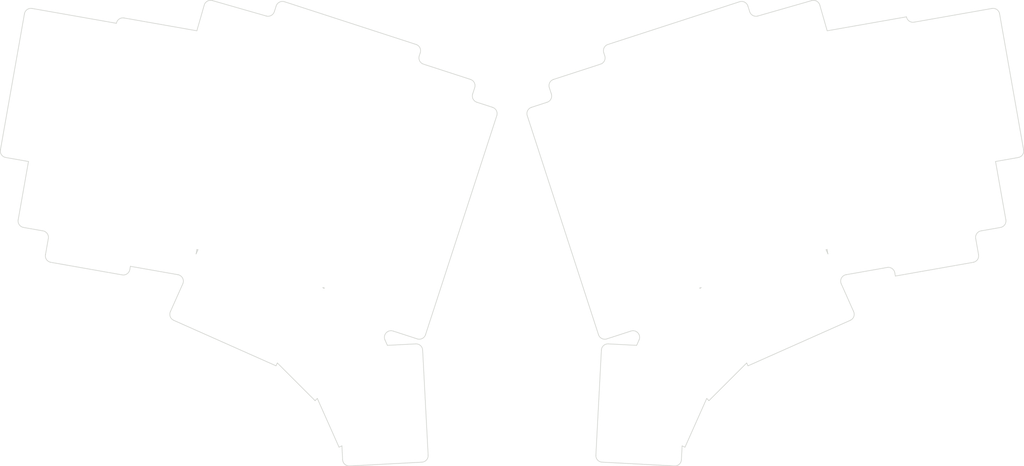
<source format=kicad_pcb>
(kicad_pcb
	(version 20241229)
	(generator "pcbnew")
	(generator_version "9.0")
	(general
		(thickness 1.6)
		(legacy_teardrops no)
	)
	(paper "A4")
	(layers
		(0 "F.Cu" signal)
		(2 "B.Cu" signal)
		(9 "F.Adhes" user "F.Adhesive")
		(11 "B.Adhes" user "B.Adhesive")
		(13 "F.Paste" user)
		(15 "B.Paste" user)
		(5 "F.SilkS" user "F.Silkscreen")
		(7 "B.SilkS" user "B.Silkscreen")
		(1 "F.Mask" user)
		(3 "B.Mask" user)
		(17 "Dwgs.User" user "User.Drawings")
		(19 "Cmts.User" user "User.Comments")
		(21 "Eco1.User" user "User.Eco1")
		(23 "Eco2.User" user "User.Eco2")
		(25 "Edge.Cuts" user)
		(27 "Margin" user)
		(31 "F.CrtYd" user "F.Courtyard")
		(29 "B.CrtYd" user "B.Courtyard")
		(35 "F.Fab" user)
		(33 "B.Fab" user)
		(39 "User.1" user)
		(41 "User.2" user)
		(43 "User.3" user)
		(45 "User.4" user)
	)
	(setup
		(pad_to_mask_clearance 0)
		(allow_soldermask_bridges_in_footprints no)
		(tenting front back)
		(pcbplotparams
			(layerselection 0x00000000_00000000_55555555_5755f5ff)
			(plot_on_all_layers_selection 0x00000000_00000000_00000000_00000000)
			(disableapertmacros no)
			(usegerberextensions no)
			(usegerberattributes yes)
			(usegerberadvancedattributes yes)
			(creategerberjobfile yes)
			(dashed_line_dash_ratio 12.000000)
			(dashed_line_gap_ratio 3.000000)
			(svgprecision 4)
			(plotframeref no)
			(mode 1)
			(useauxorigin no)
			(hpglpennumber 1)
			(hpglpenspeed 20)
			(hpglpendiameter 15.000000)
			(pdf_front_fp_property_popups yes)
			(pdf_back_fp_property_popups yes)
			(pdf_metadata yes)
			(pdf_single_document no)
			(dxfpolygonmode yes)
			(dxfimperialunits yes)
			(dxfusepcbnewfont yes)
			(psnegative no)
			(psa4output no)
			(plot_black_and_white yes)
			(sketchpadsonfab no)
			(plotpadnumbers no)
			(hidednponfab no)
			(sketchdnponfab yes)
			(crossoutdnponfab yes)
			(subtractmaskfromsilk no)
			(outputformat 1)
			(mirror no)
			(drillshape 1)
			(scaleselection 1)
			(outputdirectory "")
		)
	)
	(net 0 "")
	(gr_arc
		(start 138.685416 26.954748)
		(mid 139.849388 27.948867)
		(end 139.966257 29.484767)
		(stroke
			(width 0.2)
			(type default)
		)
		(layer "Edge.Cuts")
		(uuid "006b11a7-d0b4-46dc-8541-cccabc65900e")
	)
	(gr_arc
		(start 317.754239 80.258956)
		(mid 317.422923 81.753434)
		(end 316.126314 82.576891)
		(stroke
			(width 0.2)
			(type default)
		)
		(layer "Edge.Cuts")
		(uuid "06362532-46a2-4553-9c94-f3ae780d4a53")
	)
	(gr_line
		(start 239.467854 124.633985)
		(end 239.078326 123.759089)
		(stroke
			(width 0.2)
			(type default)
		)
		(layer "Edge.Cuts")
		(uuid "06be0401-6f64-4f49-8302-cfd444d7205e")
	)
	(gr_line
		(start 98.741022 13.976028)
		(end 138.685416 26.954748)
		(stroke
			(width 0.2)
			(type default)
		)
		(layer "Edge.Cuts")
		(uuid "08807326-a0c9-4513-a907-7b657880c5ba")
	)
	(gr_arc
		(start 51.78055 95.373605)
		(mid 50.95809 96.664606)
		(end 49.463647 96.995915)
		(stroke
			(width 0.2)
			(type default)
		)
		(layer "Edge.Cuts")
		(uuid "099fd9ca-2219-4501-9d30-4a0c418aefeb")
	)
	(gr_arc
		(start 141.568708 115.162831)
		(mid 140.574534 116.32688)
		(end 139.048413 116.446982)
		(stroke
			(width 0.2)
			(type default)
		)
		(layer "Edge.Cuts")
		(uuid "0dd4e64b-a812-4633-9c7b-f6c3d9c0832d")
	)
	(gr_arc
		(start 74.3746 14.994897)
		(mid 75.327488 13.796956)
		(end 76.848389 13.623681)
		(stroke
			(width 0.2)
			(type default)
		)
		(layer "Edge.Cuts")
		(uuid "111b1d99-fa90-46ca-9d8c-10c1b78b41df")
	)
	(gr_line
		(start 196.959164 26.954739)
		(end 236.90357 13.976014)
		(stroke
			(width 0.2)
			(type default)
		)
		(layer "Edge.Cuts")
		(uuid "1335dcf4-edb8-4fb2-89ca-4fbc25026ab5")
	)
	(gr_line
		(start 110.650185 101.073496)
		(end 110.861093 100.979593)
		(stroke
			(width 0.2)
			(type default)
		)
		(layer "Edge.Cuts")
		(uuid "151eb436-8b35-494c-bee6-902c25339abb")
	)
	(gr_arc
		(start 323.144543 58.999956)
		(mid 322.81322 60.494416)
		(end 321.522187 61.316922)
		(stroke
			(width 0.2)
			(type default)
		)
		(layer "Edge.Cuts")
		(uuid "167fbacb-b0ee-44ae-8d48-30fd359be717")
	)
	(gr_line
		(start 193.283718 151.812068)
		(end 194.958471 119.855891)
		(stroke
			(width 0.2)
			(type default)
		)
		(layer "Edge.Cuts")
		(uuid "17390b35-c5a3-4fec-b351-1e12d6e0f642")
	)
	(gr_line
		(start 309.469008 90.858779)
		(end 308.600749 85.934642)
		(stroke
			(width 0.2)
			(type default)
		)
		(layer "Edge.Cuts")
		(uuid "195993f2-831a-4388-a0b4-d802e61e69eb")
	)
	(gr_line
		(start 239.467854 124.633985)
		(end 270.5284 110.804939)
		(stroke
			(width 0.2)
			(type default)
		)
		(layer "Edge.Cuts")
		(uuid "1b1a5526-f6c4-4278-9ca8-1a39845fbe96")
	)
	(gr_arc
		(start 66.384075 96.933163)
		(mid 67.802686 97.963837)
		(end 67.86388 99.716254)
		(stroke
			(width 0.2)
			(type default)
		)
		(layer "Edge.Cuts")
		(uuid "218add0d-2f8f-4a12-951e-99aeec686ed8")
	)
	(gr_line
		(start 289.899083 20.183304)
		(end 313.534372 16.015765)
		(stroke
			(width 0.2)
			(type default)
		)
		(layer "Edge.Cuts")
		(uuid "218c4a21-8971-44e3-8b51-7edd44a49969")
	)
	(gr_line
		(start 173.728768 46.068837)
		(end 178.484051 44.523752)
		(stroke
			(width 0.2)
			(type default)
		)
		(layer "Edge.Cuts")
		(uuid "24e3bd90-90de-4b2f-97d3-c787a4995e3c")
	)
	(gr_line
		(start 227.614659 135.222756)
		(end 226.937468 134.545566)
		(stroke
			(width 0.2)
			(type default)
		)
		(layer "Edge.Cuts")
		(uuid "25a0677a-fa06-4644-8a47-4398006436c9")
	)
	(gr_line
		(start 116.176023 148.966503)
		(end 115.301128 149.356031)
		(stroke
			(width 0.2)
			(type default)
		)
		(layer "Edge.Cuts")
		(uuid "2a71117e-173f-4117-a212-57c71d02c830")
	)
	(gr_line
		(start 93.199603 18.312296)
		(end 93.199598 18.312315)
		(stroke
			(width 0.2)
			(type default)
		)
		(layer "Edge.Cuts")
		(uuid "2aac8cf3-5dc1-4bbc-b2be-f81e92d53a53")
	)
	(gr_line
		(start 224.783459 100.979593)
		(end 225.234975 100.832887)
		(stroke
			(width 0.2)
			(type default)
		)
		(layer "Edge.Cuts")
		(uuid "2aea2d01-380d-4bef-af06-fe6e5c75b277")
	)
	(gr_line
		(start 314.628578 62.532451)
		(end 317.754239 80.258956)
		(stroke
			(width 0.2)
			(type default)
		)
		(layer "Edge.Cuts")
		(uuid "2b3e9fd0-a9ea-47e0-8e82-66f2bd4e7c2f")
	)
	(gr_line
		(start 271.542031 108.164406)
		(end 267.78065 99.716207)
		(stroke
			(width 0.2)
			(type default)
		)
		(layer "Edge.Cuts")
		(uuid "2ece562a-7ba4-4f10-9faa-c7e3c7b9c3b0")
	)
	(gr_arc
		(start 219.248079 153.172929)
		(mid 218.5891 154.554457)
		(end 217.161942 155.066218)
		(stroke
			(width 0.2)
			(type default)
		)
		(layer "Edge.Cuts")
		(uuid "2fd816ba-3424-4e49-9416-01601b69a04d")
	)
	(gr_arc
		(start 309.469008 90.858779)
		(mid 309.1377 92.353206)
		(end 307.846682 93.175654)
		(stroke
			(width 0.2)
			(type default)
		)
		(layer "Edge.Cuts")
		(uuid "300810c0-3681-4e3c-9c21-e4c2f2f26590")
	)
	(gr_line
		(start 220.343424 149.356031)
		(end 219.468529 148.966503)
		(stroke
			(width 0.2)
			(type default)
		)
		(layer "Edge.Cuts")
		(uuid "30e11dfe-5ae6-4981-981e-61fdd8e2af09")
	)
	(gr_line
		(start 27.040695 85.95226)
		(end 26.175552 90.858731)
		(stroke
			(width 0.2)
			(type default)
		)
		(layer "Edge.Cuts")
		(uuid "316d251f-ea17-4456-b59d-fea1fed2f3ff")
	)
	(gr_arc
		(start 203.943644 114.059633)
		(mid 206.047982 114.623489)
		(end 206.388784 116.775238)
		(stroke
			(width 0.2)
			(type default)
		)
		(layer "Edge.Cuts")
		(uuid "35107afd-76c5-4c86-9199-0a9c707b35b3")
	)
	(gr_line
		(start 284.040621 96.375264)
		(end 284.211296 97.34321)
		(stroke
			(width 0.2)
			(type default)
		)
		(layer "Edge.Cuts")
		(uuid "367dd9c0-a2ae-4183-843f-26b4168ba555")
	)
	(gr_line
		(start 19.512626 82.575901)
		(end 19.512626 82.575902)
		(stroke
			(width 0.2)
			(type default)
		)
		(layer "Edge.Cuts")
		(uuid "37f851b9-c15f-4ccc-8cb9-e1e5180aa978")
	)
	(gr_arc
		(start 258.796216 13.623666)
		(mid 260.317076 13.796941)
		(end 261.272597 15.004119)
		(stroke
			(width 0.2)
			(type default)
		)
		(layer "Edge.Cuts")
		(uuid "3a750534-1f4f-476d-87df-b3dc1cfe87ca")
	)
	(gr_line
		(start 140.944541 32.946094)
		(end 155.210413 37.581357)
		(stroke
			(width 0.2)
			(type default)
		)
		(layer "Edge.Cuts")
		(uuid "3c1dfc3c-e85a-48ce-9fd9-37bb2eca41c4")
	)
	(gr_line
		(start 263.166504 89.352664)
		(end 263.492746 89.259115)
		(stroke
			(width 0.2)
			(type default)
		)
		(layer "Edge.Cuts")
		(uuid "3c8d54b3-667c-4673-875f-2043fa198f52")
	)
	(gr_arc
		(start 161.915816 46.068847)
		(mid 163.079787 47.062964)
		(end 163.203413 48.578057)
		(stroke
			(width 0.2)
			(type default)
		)
		(layer "Edge.Cuts")
		(uuid "3d17c048-481a-4408-8900-e4e73e700d24")
	)
	(gr_line
		(start 197.0604 117.963336)
		(end 205.65917 118.413979)
		(stroke
			(width 0.2)
			(type default)
		)
		(layer "Edge.Cuts")
		(uuid "3eac1973-848d-4451-a9dc-a3450ca3ab5c")
	)
	(gr_line
		(start 263.733985 90.627247)
		(end 263.166504 89.352664)
		(stroke
			(width 0.2)
			(type default)
		)
		(layer "Edge.Cuts")
		(uuid "3fc2165c-e640-40d1-88f0-0826889475d8")
	)
	(gr_line
		(start 316.126314 82.576891)
		(end 310.22308 83.617791)
		(stroke
			(width 0.2)
			(type default)
		)
		(layer "Edge.Cuts")
		(uuid "40563605-ab46-4a7c-bae4-dd756aaaafde")
	)
	(gr_line
		(start 219.248079 153.172929)
		(end 219.468529 148.966503)
		(stroke
			(width 0.2)
			(type default)
		)
		(layer "Edge.Cuts")
		(uuid "41b83d68-81c5-4156-a370-97dd94aca3b3")
	)
	(gr_line
		(start 108.707083 134.545566)
		(end 108.029893 135.222756)
		(stroke
			(width 0.2)
			(type default)
		)
		(layer "Edge.Cuts")
		(uuid "4441a826-b4bf-40b4-bd77-1269b5f0051e")
	)
	(gr_arc
		(start 172.44469 48.588987)
		(mid 172.564794 47.062978)
		(end 173.728768 46.068837)
		(stroke
			(width 0.2)
			(type default)
		)
		(layer "Edge.Cuts")
		(uuid "46701955-8707-46f6-a077-763d932d2640")
	)
	(gr_arc
		(start 140.944541 32.946094)
		(mid 139.780551 31.951955)
		(end 139.658603 30.431628)
		(stroke
			(width 0.2)
			(type default)
		)
		(layer "Edge.Cuts")
		(uuid "481fa08d-e82a-4bb1-b570-432f16bc7bb0")
	)
	(gr_arc
		(start 27.797889 93.175657)
		(mid 26.506867 92.35319)
		(end 26.175556 90.858732)
		(stroke
			(width 0.2)
			(type default)
		)
		(layer "Edge.Cuts")
		(uuid "4a220915-cb1a-49d5-bf92-76611e36a386")
	)
	(gr_arc
		(start 96.22086 15.260124)
		(mid 97.215002 14.096137)
		(end 98.741018 13.976039)
		(stroke
			(width 0.2)
			(type default)
		)
		(layer "Edge.Cuts")
		(uuid "4b476e9c-250a-4da1-887d-20f4a8d4a04e")
	)
	(gr_arc
		(start 155.210413 37.581357)
		(mid 156.37438 38.575471)
		(end 156.491248 40.111366)
		(stroke
			(width 0.2)
			(type default)
		)
		(layer "Edge.Cuts")
		(uuid "4c58c21a-b073-4586-a929-40ef120ddf6b")
	)
	(gr_line
		(start 196.959163 26.954739)
		(end 196.959164 26.954739)
		(stroke
			(width 0.2)
			(type default)
		)
		(layer "Edge.Cuts")
		(uuid "4db197dc-1e85-4a13-b86b-f9f8b4a175c4")
	)
	(gr_line
		(start 108.707083 134.545566)
		(end 115.301128 149.356031)
		(stroke
			(width 0.2)
			(type default)
		)
		(layer "Edge.Cuts")
		(uuid "571540f4-9c13-4512-977f-ba0a6d06cef2")
	)
	(gr_arc
		(start 179.150094 40.101486)
		(mid 179.270197 38.575482)
		(end 180.434175 37.581345)
		(stroke
			(width 0.2)
			(type default)
		)
		(layer "Edge.Cuts")
		(uuid "59a64fa6-1b78-43e0-8695-bdf6d227c134")
	)
	(gr_line
		(start 263.509641 22.805621)
		(end 287.582145 18.560989)
		(stroke
			(width 0.2)
			(type default)
		)
		(layer "Edge.Cuts")
		(uuid "5b1e251a-3e90-49d6-b5e1-5176e62718f8")
	)
	(gr_arc
		(start 194.958471 119.855891)
		(mid 195.617459 118.474301)
		(end 197.0604 117.963336)
		(stroke
			(width 0.2)
			(type default)
		)
		(layer "Edge.Cuts")
		(uuid "5b899401-98f5-4d06-873b-ead83987d613")
	)
	(gr_line
		(start 96.566226 123.759089)
		(end 108.029893 135.222756)
		(stroke
			(width 0.2)
			(type default)
		)
		(layer "Edge.Cuts")
		(uuid "62d34083-07c5-47d3-876b-3bb9fbd975bd")
	)
	(gr_line
		(start 71.910567 90.627247)
		(end 72.151805 89.259115)
		(stroke
			(width 0.2)
			(type default)
		)
		(layer "Edge.Cuts")
		(uuid "64ca40ab-71cd-44ba-aa62-3bf8abf36445")
	)
	(gr_line
		(start 12.5 59)
		(end 19.793224 17.638076)
		(stroke
			(width 0.2)
			(type default)
		)
		(layer "Edge.Cuts")
		(uuid "6b2be8dd-676d-450f-8dfb-289d5488318c")
	)
	(gr_arc
		(start 47.715138 20.53061)
		(mid 48.537588 19.239559)
		(end 50.031951 18.908274)
		(stroke
			(width 0.2)
			(type default)
		)
		(layer "Edge.Cuts")
		(uuid "6b4a045b-7c02-4ff2-bc0d-ebfb6f0bd74a")
	)
	(gr_line
		(start 242.444965 18.312311)
		(end 258.796216 13.623666)
		(stroke
			(width 0.2)
			(type default)
		)
		(layer "Edge.Cuts")
		(uuid "6b4a9f2d-14ca-4190-a907-02105ef839bd")
	)
	(gr_arc
		(start 313.534372 16.015765)
		(mid 315.028843 16.347083)
		(end 315.853397 17.649808)
		(stroke
			(width 0.2)
			(type default)
		)
		(layer "Edge.Cuts")
		(uuid "6d68be13-58d4-47b1-b4e1-c8b437b7f0ce")
	)
	(gr_arc
		(start 308.600749 85.934642)
		(mid 308.932049 84.440223)
		(end 310.22308 83.617791)
		(stroke
			(width 0.2)
			(type default)
		)
		(layer "Edge.Cuts")
		(uuid "6f4cb124-4e6a-4775-99e9-79b0f59b3fe9")
	)
	(gr_line
		(start 157.160611 44.523788)
		(end 161.915816 46.068847)
		(stroke
			(width 0.2)
			(type default)
		)
		(layer "Edge.Cuts")
		(uuid "701440d6-4485-4649-b499-33080958d94a")
	)
	(gr_arc
		(start 138.584002 117.963344)
		(mid 140.027047 118.474324)
		(end 140.68653 119.864459)
		(stroke
			(width 0.2)
			(type default)
		)
		(layer "Edge.Cuts")
		(uuid "70a298a8-1d55-411d-96f6-fb640685074d")
	)
	(gr_line
		(start 72.478048 89.352664)
		(end 71.910567 90.627247)
		(stroke
			(width 0.2)
			(type default)
		)
		(layer "Edge.Cuts")
		(uuid "70acd0d2-179e-4c89-af0a-60470c55ac34")
	)
	(gr_line
		(start 50.031951 18.908274)
		(end 72.134911 22.805621)
		(stroke
			(width 0.2)
			(type default)
		)
		(layer "Edge.Cuts")
		(uuid "71a5a1db-b461-4ba0-a559-499a6c376209")
	)
	(gr_arc
		(start 25.417083 83.617017)
		(mid 26.71248 84.440254)
		(end 27.040695 85.95226)
		(stroke
			(width 0.2)
			(type default)
		)
		(layer "Edge.Cuts")
		(uuid "71de257d-dc53-42e5-933d-bbf78b886f11")
	)
	(gr_line
		(start 51.78055 95.373605)
		(end 51.9542 94.388787)
		(stroke
			(width 0.2)
			(type default)
		)
		(layer "Edge.Cuts")
		(uuid "72737edf-1f5a-447f-8bfd-3cb47af78e87")
	)
	(gr_line
		(start 315.853397 17.649808)
		(end 323.144543 58.999956)
		(stroke
			(width 0.2)
			(type default)
		)
		(layer "Edge.Cuts")
		(uuid "7316ddbb-d1dd-4609-b6d3-7283c9e239af")
	)
	(gr_line
		(start 269.260466 96.933165)
		(end 281.720545 94.736117)
		(stroke
			(width 0.2)
			(type default)
		)
		(layer "Edge.Cuts")
		(uuid "779ab4c7-b544-4ebc-9653-d7c29bbb9bee")
	)
	(gr_arc
		(start 195.984096 30.425926)
		(mid 195.863992 31.951949)
		(end 194.700017 32.946074)
		(stroke
			(width 0.2)
			(type default)
		)
		(layer "Edge.Cuts")
		(uuid "83a35ceb-a6df-4bb1-93a5-47ad285285ed")
	)
	(gr_line
		(start 263.492746 89.259115)
		(end 263.733985 90.627247)
		(stroke
			(width 0.2)
			(type default)
		)
		(layer "Edge.Cuts")
		(uuid "83e3bccb-7cd1-43ed-9c89-5d14f7c28eb2")
	)
	(gr_arc
		(start 157.160611 44.523788)
		(mid 155.996561 43.529613)
		(end 155.875077 42.007743)
		(stroke
			(width 0.2)
			(type default)
		)
		(layer "Edge.Cuts")
		(uuid "85011d63-2ec7-4c14-8afb-49cd89670008")
	)
	(gr_line
		(start 220.343424 149.356031)
		(end 226.937468 134.545566)
		(stroke
			(width 0.2)
			(type default)
		)
		(layer "Edge.Cuts")
		(uuid "874d350c-5d08-43a0-8586-7183e55bff91")
	)
	(gr_arc
		(start 242.444965 18.312311)
		(mid 240.954727 18.155682)
		(end 239.991545 17.007802)
		(stroke
			(width 0.2)
			(type default)
		)
		(layer "Edge.Cuts")
		(uuid "8806c937-2de2-49f3-8daa-c1be24c410b5")
	)
	(gr_line
		(start 118.498353 155.065393)
		(end 140.475454 153.913622)
		(stroke
			(width 0.2)
			(type default)
		)
		(layer "Edge.Cuts")
		(uuid "88240c56-2410-4638-9c29-c3702e00f8c9")
	)
	(gr_line
		(start 12.500001 59)
		(end 12.5 59)
		(stroke
			(width 0.2)
			(type default)
		)
		(layer "Edge.Cuts")
		(uuid "8de7e78c-4d74-4ecd-86fc-4c06089a849a")
	)
	(gr_line
		(start 25.417083 83.617017)
		(end 19.512626 82.575902)
		(stroke
			(width 0.2)
			(type default)
		)
		(layer "Edge.Cuts")
		(uuid "8e96456f-0515-4ea6-aa1a-5209fde2014c")
	)
	(gr_line
		(start 227.614659 135.222756)
		(end 239.078326 123.759089)
		(stroke
			(width 0.2)
			(type default)
		)
		(layer "Edge.Cuts")
		(uuid "8ed115df-e75d-4628-90ed-10f061edc8a9")
	)
	(gr_line
		(start 17.890306 80.25899)
		(end 21.015974 62.532451)
		(stroke
			(width 0.2)
			(type default)
		)
		(layer "Edge.Cuts")
		(uuid "9124319f-e24d-4a92-bd47-60f8b7b6b134")
	)
	(gr_arc
		(start 236.90357 13.976014)
		(mid 238.429562 14.096119)
		(end 239.423684 15.260104)
		(stroke
			(width 0.2)
			(type default)
		)
		(layer "Edge.Cuts")
		(uuid "94a63014-9094-420d-9c24-6998d2bd21c7")
	)
	(gr_line
		(start 261.272597 15.004119)
		(end 263.509641 22.805621)
		(stroke
			(width 0.2)
			(type default)
		)
		(layer "Edge.Cuts")
		(uuid "95bdb47f-1053-483f-bdb7-5c2d117ef720")
	)
	(gr_line
		(start 95.653008 17.007797)
		(end 96.22086 15.260124)
		(stroke
			(width 0.2)
			(type default)
		)
		(layer "Edge.Cuts")
		(uuid "976a6c33-d532-442e-9dc5-6abfb4fa3338")
	)
	(gr_line
		(start 51.9542 94.388787)
		(end 66.384075 96.933163)
		(stroke
			(width 0.2)
			(type default)
		)
		(layer "Edge.Cuts")
		(uuid "987a7952-bc65-4936-98f6-2ff137e4aa5d")
	)
	(gr_line
		(start 98.741018 13.976039)
		(end 98.741022 13.976028)
		(stroke
			(width 0.2)
			(type default)
		)
		(layer "Edge.Cuts")
		(uuid "9a2fdf5a-21aa-4a31-8475-359fe96f9c31")
	)
	(gr_line
		(start 22.110135 16.015757)
		(end 47.715138 20.53061)
		(stroke
			(width 0.2)
			(type default)
		)
		(layer "Edge.Cuts")
		(uuid "9ad99c13-4e5f-4258-b9d9-6610daa4d5b1")
	)
	(gr_line
		(start 156.491248 40.111366)
		(end 155.875077 42.007743)
		(stroke
			(width 0.2)
			(type default)
		)
		(layer "Edge.Cuts")
		(uuid "9dc4b44d-44ba-4165-970c-f42507bb3796")
	)
	(gr_line
		(start 21.015974 62.532451)
		(end 14.122321 61.316914)
		(stroke
			(width 0.2)
			(type default)
		)
		(layer "Edge.Cuts")
		(uuid "a1ba0c07-7235-4d29-8fbd-d0f3b9332d14")
	)
	(gr_arc
		(start 281.720545 94.736117)
		(mid 283.215145 95.06742)
		(end 284.040621 96.375264)
		(stroke
			(width 0.2)
			(type default)
		)
		(layer "Edge.Cuts")
		(uuid "a2f187f1-08b6-462f-a756-7130dd0d724d")
	)
	(gr_line
		(start 110.650185 101.073496)
		(end 110.409576 100.832887)
		(stroke
			(width 0.2)
			(type default)
		)
		(layer "Edge.Cuts")
		(uuid "a628cd03-c4b8-4cbb-b72e-903c32cea683")
	)
	(gr_arc
		(start 271.542031 108.164406)
		(mid 271.582092 109.694595)
		(end 270.528399 110.804939)
		(stroke
			(width 0.2)
			(type default)
		)
		(layer "Edge.Cuts")
		(uuid "a65d0a40-6bee-4457-9d28-cac0fa08e9b5")
	)
	(gr_line
		(start 72.134911 22.805621)
		(end 74.3746 14.994897)
		(stroke
			(width 0.2)
			(type default)
		)
		(layer "Edge.Cuts")
		(uuid "a9a5bd5a-34ee-4026-b470-db0026cf33a2")
	)
	(gr_arc
		(start 19.512626 82.575901)
		(mid 18.221618 81.753439)
		(end 17.890306 80.25899)
		(stroke
			(width 0.2)
			(type default)
		)
		(layer "Edge.Cuts")
		(uuid "aaddb9b9-138d-41f5-96e3-73cf9d91aa47")
	)
	(gr_line
		(start 284.211296 97.34321)
		(end 307.846682 93.175654)
		(stroke
			(width 0.2)
			(type default)
		)
		(layer "Edge.Cuts")
		(uuid "b2843690-d363-450a-a2d8-22aa0e852b52")
	)
	(gr_line
		(start 321.522187 61.316922)
		(end 314.628578 62.532451)
		(stroke
			(width 0.2)
			(type default)
		)
		(layer "Edge.Cuts")
		(uuid "b6d713b5-2f17-4a3b-a91a-fcce689badf6")
	)
	(gr_arc
		(start 179.768142 42.003643)
		(mid 179.648042 43.529637)
		(end 178.484051 44.523752)
		(stroke
			(width 0.2)
			(type default)
		)
		(layer "Edge.Cuts")
		(uuid "b826b9f3-c6bc-48d7-842d-421069dac82b")
	)
	(gr_arc
		(start 195.176311 153.913999)
		(mid 193.794698 153.254998)
		(end 193.283718 151.812068)
		(stroke
			(width 0.2)
			(type default)
		)
		(layer "Edge.Cuts")
		(uuid "b8c52cad-fcce-43af-a045-47916d8d77ea")
	)
	(gr_line
		(start 72.151805 89.259115)
		(end 72.478048 89.352664)
		(stroke
			(width 0.2)
			(type default)
		)
		(layer "Edge.Cuts")
		(uuid "bb82e9ea-0330-4ba0-879d-904659d14c1f")
	)
	(gr_line
		(start 196.596001 116.447027)
		(end 203.943644 114.059633)
		(stroke
			(width 0.2)
			(type default)
		)
		(layer "Edge.Cuts")
		(uuid "bc17d8be-80cc-48b9-bec8-ff62355e8be7")
	)
	(gr_line
		(start 76.848389 13.623681)
		(end 93.199598 18.312315)
		(stroke
			(width 0.2)
			(type default)
		)
		(layer "Edge.Cuts")
		(uuid "bc25662c-3583-467e-ad6e-8cbddfe78703")
	)
	(gr_arc
		(start 14.122321 61.316914)
		(mid 12.831312 60.494451)
		(end 12.500001 59)
		(stroke
			(width 0.2)
			(type default)
		)
		(layer "Edge.Cuts")
		(uuid "bdafff75-0000-41cf-949f-92153a53e296")
	)
	(gr_line
		(start 131.707777 114.061865)
		(end 139.048413 116.446982)
		(stroke
			(width 0.2)
			(type default)
		)
		(layer "Edge.Cuts")
		(uuid "c0a5633f-10f2-4689-aa6a-89625c58887f")
	)
	(gr_arc
		(start 95.653008 17.007797)
		(mid 94.689823 18.155672)
		(end 93.199603 18.312296)
		(stroke
			(width 0.2)
			(type default)
		)
		(layer "Edge.Cuts")
		(uuid "c35096b2-2ef3-4b44-9546-47bc35945790")
	)
	(gr_line
		(start 195.984096 30.425926)
		(end 195.675085 29.474887)
		(stroke
			(width 0.2)
			(type default)
		)
		(layer "Edge.Cuts")
		(uuid "c3985882-0721-4317-bb36-e37c3f8c2c09")
	)
	(gr_arc
		(start 129.255769 116.775242)
		(mid 129.596573 114.623485)
		(end 131.707777 114.061865)
		(stroke
			(width 0.2)
			(type default)
		)
		(layer "Edge.Cuts")
		(uuid "c8619ab6-f6b8-4f1d-a14a-8f24b2eefe47")
	)
	(gr_line
		(start 179.768142 42.003643)
		(end 179.150094 40.101486)
		(stroke
			(width 0.2)
			(type default)
		)
		(layer "Edge.Cuts")
		(uuid "ca33f72d-c82e-435e-9695-a64d1319adef")
	)
	(gr_line
		(start 67.86388 99.716254)
		(end 64.100531 108.168876)
		(stroke
			(width 0.2)
			(type default)
		)
		(layer "Edge.Cuts")
		(uuid "cd4702b4-b10f-414b-82a2-a50475a139d9")
	)
	(gr_line
		(start 225.234975 100.832887)
		(end 224.994367 101.073496)
		(stroke
			(width 0.2)
			(type default)
		)
		(layer "Edge.Cuts")
		(uuid "cfd34b7d-c5cc-45bd-b10f-1339cda20d5d")
	)
	(gr_line
		(start 65.11612 110.804925)
		(end 96.176698 124.633985)
		(stroke
			(width 0.2)
			(type default)
		)
		(layer "Edge.Cuts")
		(uuid "cfe93ef7-cf9e-4a5b-8b1b-e7589a81441b")
	)
	(gr_arc
		(start 267.78065 99.716207)
		(mid 267.841855 97.963819)
		(end 269.260466 96.933165)
		(stroke
			(width 0.2)
			(type default)
		)
		(layer "Edge.Cuts")
		(uuid "d1b0cb6f-28a5-4c14-b216-0b680dfc1ae1")
	)
	(gr_line
		(start 195.176311 153.913999)
		(end 217.161942 155.066218)
		(stroke
			(width 0.2)
			(type default)
		)
		(layer "Edge.Cuts")
		(uuid "d1fbd3a4-638e-4291-be29-84b4f82a243b")
	)
	(gr_line
		(start 129.985381 118.413979)
		(end 138.584002 117.963344)
		(stroke
			(width 0.2)
			(type default)
		)
		(layer "Edge.Cuts")
		(uuid "d3184ebb-bbeb-4689-8ac4-46f4263738f0")
	)
	(gr_line
		(start 139.966257 29.484767)
		(end 139.658603 30.431628)
		(stroke
			(width 0.2)
			(type default)
		)
		(layer "Edge.Cuts")
		(uuid "d556d5c7-4ed7-4c18-944f-d622857ea1b7")
	)
	(gr_line
		(start 141.568708 115.162831)
		(end 163.203413 48.578057)
		(stroke
			(width 0.2)
			(type default)
		)
		(layer "Edge.Cuts")
		(uuid "d722cbf4-bba4-47a9-ad76-657d86232b54")
	)
	(gr_line
		(start 140.68653 119.864459)
		(end 142.360835 151.812088)
		(stroke
			(width 0.2)
			(type default)
		)
		(layer "Edge.Cuts")
		(uuid "de92ae55-09d9-4e34-8a61-c1f0bd65ef17")
	)
	(gr_line
		(start 110.409576 100.832887)
		(end 110.861093 100.979593)
		(stroke
			(width 0.2)
			(type default)
		)
		(layer "Edge.Cuts")
		(uuid "df906357-b2c2-448b-8b8f-e1d2f00b2a5a")
	)
	(gr_arc
		(start 195.675085 29.474887)
		(mid 195.795188 27.948878)
		(end 196.959163 26.954739)
		(stroke
			(width 0.2)
			(type default)
		)
		(layer "Edge.Cuts")
		(uuid "e1dd74d5-6f3b-418d-b4f1-f8e73787e89a")
	)
	(gr_line
		(start 224.783459 100.979593)
		(end 224.994367 101.073496)
		(stroke
			(width 0.2)
			(type default)
		)
		(layer "Edge.Cuts")
		(uuid "e28014f4-8464-4ec9-a434-3323d86b208b")
	)
	(gr_line
		(start 129.255769 116.775242)
		(end 129.985381 118.413979)
		(stroke
			(width 0.2)
			(type default)
		)
		(layer "Edge.Cuts")
		(uuid "e2dd7b54-6247-4fad-8a03-d17cce1b82df")
	)
	(gr_line
		(start 172.44469 48.588987)
		(end 194.075878 115.16294)
		(stroke
			(width 0.2)
			(type default)
		)
		(layer "Edge.Cuts")
		(uuid "e718ba9a-c6de-4c0f-865c-d0409c661ea0")
	)
	(gr_line
		(start 180.434175 37.581345)
		(end 194.700022 32.94609)
		(stroke
			(width 0.2)
			(type default)
		)
		(layer "Edge.Cuts")
		(uuid "e8319117-9c49-4e37-be53-bd32d3366acb")
	)
	(gr_line
		(start 26.175556 90.858732)
		(end 26.175552 90.858731)
		(stroke
			(width 0.2)
			(type default)
		)
		(layer "Edge.Cuts")
		(uuid "eb2dd743-7283-46cd-9328-92ff22830072")
	)
	(gr_arc
		(start 118.498353 155.065393)
		(mid 117.055445 154.554436)
		(end 116.396886 153.180818)
		(stroke
			(width 0.2)
			(type default)
		)
		(layer "Edge.Cuts")
		(uuid "ed7507e8-1e48-415c-8695-b5f03089b040")
	)
	(gr_arc
		(start 142.360835 151.812088)
		(mid 141.849872 153.255012)
		(end 140.475454 153.913622)
		(stroke
			(width 0.2)
			(type default)
		)
		(layer "Edge.Cuts")
		(uuid "ee80c3f2-3ff0-4e46-8fea-b98f5fa02251")
	)
	(gr_line
		(start 239.423684 15.260104)
		(end 239.991545 17.007802)
		(stroke
			(width 0.2)
			(type default)
		)
		(layer "Edge.Cuts")
		(uuid "f02ca601-9239-407f-a6a3-3cb9e9af7cfa")
	)
	(gr_line
		(start 270.528399 110.804939)
		(end 270.5284 110.804939)
		(stroke
			(width 0.2)
			(type default)
		)
		(layer "Edge.Cuts")
		(uuid "f0e62a0b-b00c-4d45-ad01-74a0b5119d44")
	)
	(gr_line
		(start 194.700017 32.946074)
		(end 194.700022 32.94609)
		(stroke
			(width 0.2)
			(type default)
		)
		(layer "Edge.Cuts")
		(uuid "f42d1d9d-b0c6-4858-a808-cfe56dba6b2b")
	)
	(gr_line
		(start 27.797889 93.175657)
		(end 49.463647 96.995915)
		(stroke
			(width 0.2)
			(type default)
		)
		(layer "Edge.Cuts")
		(uuid "f4699ae0-c36e-475d-a932-a1a54d846faf")
	)
	(gr_line
		(start 205.65917 118.413979)
		(end 206.388784 116.775238)
		(stroke
			(width 0.2)
			(type default)
		)
		(layer "Edge.Cuts")
		(uuid "f48576e9-0405-441e-b50d-4040b15880ee")
	)
	(gr_line
		(start 96.566226 123.759089)
		(end 96.176698 124.633985)
		(stroke
			(width 0.2)
			(type default)
		)
		(layer "Edge.Cuts")
		(uuid "f5cd2f6e-a286-4030-9107-45d1eb096567")
	)
	(gr_arc
		(start 196.596001 116.447027)
		(mid 195.069998 116.326924)
		(end 194.075878 115.16294)
		(stroke
			(width 0.2)
			(type default)
		)
		(layer "Edge.Cuts")
		(uuid "fa96ec4a-a50a-4060-a3d3-60154aaa7b4e")
	)
	(gr_arc
		(start 289.899083 20.183304)
		(mid 288.404602 19.85198)
		(end 287.582145 18.560989)
		(stroke
			(width 0.2)
			(type default)
		)
		(layer "Edge.Cuts")
		(uuid "fab94554-4cba-48a3-9fe9-de137a830bfa")
	)
	(gr_arc
		(start 65.11612 110.804925)
		(mid 64.062449 109.694589)
		(end 64.100531 108.168876)
		(stroke
			(width 0.2)
			(type default)
		)
		(layer "Edge.Cuts")
		(uuid "fabb869e-237a-490c-a1de-8a507dfb34a0")
	)
	(gr_arc
		(start 19.793224 17.638076)
		(mid 20.615687 16.347068)
		(end 22.110135 16.015757)
		(stroke
			(width 0.2)
			(type default)
		)
		(layer "Edge.Cuts")
		(uuid "fac60290-d4ea-4d48-a1cd-cf5e79bf0f6b")
	)
	(gr_line
		(start 116.176023 148.966503)
		(end 116.396886 153.180818)
		(stroke
			(width 0.2)
			(type default)
		)
		(layer "Edge.Cuts")
		(uuid "fc70d392-45b3-4f65-b097-8d8fe6a7763e")
	)
	(group ""
		(uuid "a5871e2e-8120-4fc0-8231-2e507fc2a335")
		(members "006b11a7-d0b4-46dc-8541-cccabc65900e" "06362532-46a2-4553-9c94-f3ae780d4a53"
			"06be0401-6f64-4f49-8302-cfd444d7205e" "08807326-a0c9-4513-a907-7b657880c5ba"
			"099fd9ca-2219-4501-9d30-4a0c418aefeb" "0dd4e64b-a812-4633-9c7b-f6c3d9c0832d"
			"111b1d99-fa90-46ca-9d8c-10c1b78b41df" "1335dcf4-edb8-4fb2-89ca-4fbc25026ab5"
			"151eb436-8b35-494c-bee6-902c25339abb" "167fbacb-b0ee-44ae-8d48-30fd359be717"
			"17390b35-c5a3-4fec-b351-1e12d6e0f642" "195993f2-831a-4388-a0b4-d802e61e69eb"
			"1b1a5526-f6c4-4278-9ca8-1a39845fbe96" "218add0d-2f8f-4a12-951e-99aeec686ed8"
			"218c4a21-8971-44e3-8b51-7edd44a49969" "24e3bd90-90de-4b2f-97d3-c787a4995e3c"
			"25a0677a-fa06-4644-8a47-4398006436c9" "2a71117e-173f-4117-a212-57c71d02c830"
			"2aac8cf3-5dc1-4bbc-b2be-f81e92d53a53" "2aea2d01-380d-4bef-af06-fe6e5c75b277"
			"2b3e9fd0-a9ea-47e0-8e82-66f2bd4e7c2f" "2ece562a-7ba4-4f10-9faa-c7e3c7b9c3b0"
			"2fd816ba-3424-4e49-9416-01601b69a04d" "300810c0-3681-4e3c-9c21-e4c2f2f26590"
			"30e11dfe-5ae6-4981-981e-61fdd8e2af09" "316d251f-ea17-4456-b59d-fea1fed2f3ff"
			"35107afd-76c5-4c86-9199-0a9c707b35b3" "367dd9c0-a2ae-4183-843f-26b4168ba555"
			"37f851b9-c15f-4ccc-8cb9-e1e5180aa978" "3a750534-1f4f-476d-87df-b3dc1cfe87ca"
			"3c1dfc3c-e85a-48ce-9fd9-37bb2eca41c4" "3c8d54b3-667c-4673-875f-2043fa198f52"
			"3d17c048-481a-4408-8900-e4e73e700d24" "3eac1973-848d-4451-a9dc-a3450ca3ab5c"
			"3fc2165c-e640-40d1-88f0-0826889475d8" "40563605-ab46-4a7c-bae4-dd756aaaafde"
			"41b83d68-81c5-4156-a370-97dd94aca3b3" "4441a826-b4bf-40b4-bd77-1269b5f0051e"
			"46701955-8707-46f6-a077-763d932d2640" "481fa08d-e82a-4bb1-b570-432f16bc7bb0"
			"4a220915-cb1a-49d5-bf92-76611e36a386" "4b476e9c-250a-4da1-887d-20f4a8d4a04e"
			"4c58c21a-b073-4586-a929-40ef120ddf6b" "4db197dc-1e85-4a13-b86b-f9f8b4a175c4"
			"571540f4-9c13-4512-977f-ba0a6d06cef2" "59a64fa6-1b78-43e0-8695-bdf6d227c134"
			"5b1e251a-3e90-49d6-b5e1-5176e62718f8" "5b899401-98f5-4d06-873b-ead83987d613"
			"62d34083-07c5-47d3-876b-3bb9fbd975bd" "64ca40ab-71cd-44ba-aa62-3bf8abf36445"
			"6b2be8dd-676d-450f-8dfb-289d5488318c" "6b4a045b-7c02-4ff2-bc0d-ebfb6f0bd74a"
			"6b4a9f2d-14ca-4190-a907-02105ef839bd" "6d68be13-58d4-47b1-b4e1-c8b437b7f0ce"
			"6f4cb124-4e6a-4775-99e9-79b0f59b3fe9" "701440d6-4485-4649-b499-33080958d94a"
			"70a298a8-1d55-411d-96f6-fb640685074d" "70acd0d2-179e-4c89-af0a-60470c55ac34"
			"71a5a1db-b461-4ba0-a559-499a6c376209" "71de257d-dc53-42e5-933d-bbf78b886f11"
			"72737edf-1f5a-447f-8bfd-3cb47af78e87" "7316ddbb-d1dd-4609-b6d3-7283c9e239af"
			"779ab4c7-b544-4ebc-9653-d7c29bbb9bee" "83a35ceb-a6df-4bb1-93a5-47ad285285ed"
			"83e3bccb-7cd1-43ed-9c89-5d14f7c28eb2" "85011d63-2ec7-4c14-8afb-49cd89670008"
			"874d350c-5d08-43a0-8586-7183e55bff91" "8806c937-2de2-49f3-8daa-c1be24c410b5"
			"88240c56-2410-4638-9c29-c3702e00f8c9" "8de7e78c-4d74-4ecd-86fc-4c06089a849a"
			"8e96456f-0515-4ea6-aa1a-5209fde2014c" "8ed115df-e75d-4628-90ed-10f061edc8a9"
			"9124319f-e24d-4a92-bd47-60f8b7b6b134" "94a63014-9094-420d-9c24-6998d2bd21c7"
			"95bdb47f-1053-483f-bdb7-5c2d117ef720" "976a6c33-d532-442e-9dc5-6abfb4fa3338"
			"987a7952-bc65-4936-98f6-2ff137e4aa5d" "9a2fdf5a-21aa-4a31-8475-359fe96f9c31"
			"9ad99c13-4e5f-4258-b9d9-6610daa4d5b1" "9dc4b44d-44ba-4165-970c-f42507bb3796"
			"a1ba0c07-7235-4d29-8fbd-d0f3b9332d14" "a2f187f1-08b6-462f-a756-7130dd0d724d"
			"a628cd03-c4b8-4cbb-b72e-903c32cea683" "a65d0a40-6bee-4457-9d28-cac0fa08e9b5"
			"a9a5bd5a-34ee-4026-b470-db0026cf33a2" "aaddb9b9-138d-41f5-96e3-73cf9d91aa47"
			"b2843690-d363-450a-a2d8-22aa0e852b52" "b6d713b5-2f17-4a3b-a91a-fcce689badf6"
			"b826b9f3-c6bc-48d7-842d-421069dac82b" "b8c52cad-fcce-43af-a045-47916d8d77ea"
			"bb82e9ea-0330-4ba0-879d-904659d14c1f" "bc17d8be-80cc-48b9-bec8-ff62355e8be7"
			"bc25662c-3583-467e-ad6e-8cbddfe78703" "bdafff75-0000-41cf-949f-92153a53e296"
			"c0a5633f-10f2-4689-aa6a-89625c58887f" "c35096b2-2ef3-4b44-9546-47bc35945790"
			"c3985882-0721-4317-bb36-e37c3f8c2c09" "c8619ab6-f6b8-4f1d-a14a-8f24b2eefe47"
			"ca33f72d-c82e-435e-9695-a64d1319adef" "cd4702b4-b10f-414b-82a2-a50475a139d9"
			"cfd34b7d-c5cc-45bd-b10f-1339cda20d5d" "cfe93ef7-cf9e-4a5b-8b1b-e7589a81441b"
			"d1b0cb6f-28a5-4c14-b216-0b680dfc1ae1" "d1fbd3a4-638e-4291-be29-84b4f82a243b"
			"d3184ebb-bbeb-4689-8ac4-46f4263738f0" "d556d5c7-4ed7-4c18-944f-d622857ea1b7"
			"d722cbf4-bba4-47a9-ad76-657d86232b54" "de92ae55-09d9-4e34-8a61-c1f0bd65ef17"
			"df906357-b2c2-448b-8b8f-e1d2f00b2a5a" "e1dd74d5-6f3b-418d-b4f1-f8e73787e89a"
			"e28014f4-8464-4ec9-a434-3323d86b208b" "e2dd7b54-6247-4fad-8a03-d17cce1b82df"
			"e718ba9a-c6de-4c0f-865c-d0409c661ea0" "e8319117-9c49-4e37-be53-bd32d3366acb"
			"eb2dd743-7283-46cd-9328-92ff22830072" "ed7507e8-1e48-415c-8695-b5f03089b040"
			"ee80c3f2-3ff0-4e46-8fea-b98f5fa02251" "f02ca601-9239-407f-a6a3-3cb9e9af7cfa"
			"f0e62a0b-b00c-4d45-ad01-74a0b5119d44" "f42d1d9d-b0c6-4858-a808-cfe56dba6b2b"
			"f4699ae0-c36e-475d-a932-a1a54d846faf" "f48576e9-0405-441e-b50d-4040b15880ee"
			"f5cd2f6e-a286-4030-9107-45d1eb096567" "fa96ec4a-a50a-4060-a3d3-60154aaa7b4e"
			"fab94554-4cba-48a3-9fe9-de137a830bfa" "fabb869e-237a-490c-a1de-8a507dfb34a0"
			"fac60290-d4ea-4d48-a1cd-cf5e79bf0f6b" "fc70d392-45b3-4f65-b097-8d8fe6a7763e"
		)
	)
	(embedded_fonts no)
)

</source>
